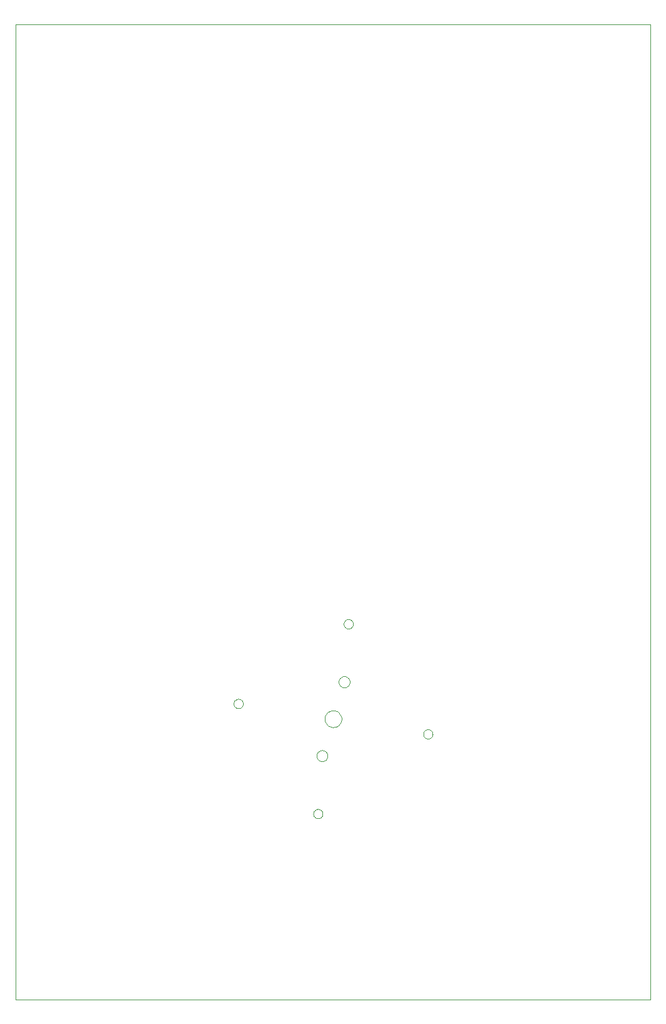
<source format=gko>
G75*
%MOIN*%
%OFA0B0*%
%FSLAX24Y24*%
%IPPOS*%
%LPD*%
%AMOC8*
5,1,8,0,0,1.08239X$1,22.5*
%
%ADD10C,0.0000*%
D10*
X001306Y001700D02*
X001306Y053668D01*
X035164Y053668D01*
X035164Y001700D01*
X001306Y001700D01*
X012927Y017471D02*
X012929Y017502D01*
X012935Y017533D01*
X012945Y017563D01*
X012958Y017591D01*
X012975Y017618D01*
X012995Y017642D01*
X013018Y017664D01*
X013043Y017682D01*
X013071Y017697D01*
X013100Y017709D01*
X013130Y017717D01*
X013161Y017721D01*
X013193Y017721D01*
X013224Y017717D01*
X013254Y017709D01*
X013283Y017697D01*
X013311Y017682D01*
X013336Y017664D01*
X013359Y017642D01*
X013379Y017618D01*
X013396Y017591D01*
X013409Y017563D01*
X013419Y017533D01*
X013425Y017502D01*
X013427Y017471D01*
X013425Y017440D01*
X013419Y017409D01*
X013409Y017379D01*
X013396Y017351D01*
X013379Y017324D01*
X013359Y017300D01*
X013336Y017278D01*
X013311Y017260D01*
X013283Y017245D01*
X013254Y017233D01*
X013224Y017225D01*
X013193Y017221D01*
X013161Y017221D01*
X013130Y017225D01*
X013100Y017233D01*
X013071Y017245D01*
X013043Y017260D01*
X013018Y017278D01*
X012995Y017300D01*
X012975Y017324D01*
X012958Y017351D01*
X012945Y017379D01*
X012935Y017409D01*
X012929Y017440D01*
X012927Y017471D01*
X017175Y011603D02*
X017177Y011634D01*
X017183Y011665D01*
X017193Y011695D01*
X017206Y011723D01*
X017223Y011750D01*
X017243Y011774D01*
X017266Y011796D01*
X017291Y011814D01*
X017319Y011829D01*
X017348Y011841D01*
X017378Y011849D01*
X017409Y011853D01*
X017441Y011853D01*
X017472Y011849D01*
X017502Y011841D01*
X017531Y011829D01*
X017559Y011814D01*
X017584Y011796D01*
X017607Y011774D01*
X017627Y011750D01*
X017644Y011723D01*
X017657Y011695D01*
X017667Y011665D01*
X017673Y011634D01*
X017675Y011603D01*
X017673Y011572D01*
X017667Y011541D01*
X017657Y011511D01*
X017644Y011483D01*
X017627Y011456D01*
X017607Y011432D01*
X017584Y011410D01*
X017559Y011392D01*
X017531Y011377D01*
X017502Y011365D01*
X017472Y011357D01*
X017441Y011353D01*
X017409Y011353D01*
X017378Y011357D01*
X017348Y011365D01*
X017319Y011377D01*
X017291Y011392D01*
X017266Y011410D01*
X017243Y011432D01*
X017223Y011456D01*
X017206Y011483D01*
X017193Y011511D01*
X017183Y011541D01*
X017177Y011572D01*
X017175Y011603D01*
X017350Y014692D02*
X017352Y014726D01*
X017358Y014760D01*
X017368Y014793D01*
X017381Y014824D01*
X017399Y014854D01*
X017419Y014882D01*
X017443Y014907D01*
X017469Y014929D01*
X017497Y014947D01*
X017528Y014963D01*
X017560Y014975D01*
X017594Y014983D01*
X017628Y014987D01*
X017662Y014987D01*
X017696Y014983D01*
X017730Y014975D01*
X017762Y014963D01*
X017792Y014947D01*
X017821Y014929D01*
X017847Y014907D01*
X017871Y014882D01*
X017891Y014854D01*
X017909Y014824D01*
X017922Y014793D01*
X017932Y014760D01*
X017938Y014726D01*
X017940Y014692D01*
X017938Y014658D01*
X017932Y014624D01*
X017922Y014591D01*
X017909Y014560D01*
X017891Y014530D01*
X017871Y014502D01*
X017847Y014477D01*
X017821Y014455D01*
X017793Y014437D01*
X017762Y014421D01*
X017730Y014409D01*
X017696Y014401D01*
X017662Y014397D01*
X017628Y014397D01*
X017594Y014401D01*
X017560Y014409D01*
X017528Y014421D01*
X017497Y014437D01*
X017469Y014455D01*
X017443Y014477D01*
X017419Y014502D01*
X017399Y014530D01*
X017381Y014560D01*
X017368Y014591D01*
X017358Y014624D01*
X017352Y014658D01*
X017350Y014692D01*
X017790Y016660D02*
X017792Y016702D01*
X017798Y016743D01*
X017807Y016784D01*
X017821Y016823D01*
X017838Y016861D01*
X017859Y016897D01*
X017882Y016932D01*
X017909Y016963D01*
X017939Y016993D01*
X017972Y017019D01*
X018007Y017042D01*
X018043Y017062D01*
X018082Y017078D01*
X018122Y017090D01*
X018162Y017099D01*
X018204Y017104D01*
X018245Y017105D01*
X018287Y017102D01*
X018328Y017095D01*
X018369Y017084D01*
X018408Y017070D01*
X018445Y017052D01*
X018481Y017031D01*
X018515Y017006D01*
X018546Y016978D01*
X018574Y016948D01*
X018600Y016915D01*
X018622Y016879D01*
X018641Y016842D01*
X018656Y016803D01*
X018668Y016763D01*
X018676Y016722D01*
X018680Y016681D01*
X018680Y016639D01*
X018676Y016598D01*
X018668Y016557D01*
X018656Y016517D01*
X018641Y016478D01*
X018622Y016441D01*
X018600Y016405D01*
X018574Y016372D01*
X018546Y016342D01*
X018515Y016314D01*
X018481Y016289D01*
X018445Y016268D01*
X018408Y016250D01*
X018369Y016236D01*
X018328Y016225D01*
X018287Y016218D01*
X018245Y016215D01*
X018204Y016216D01*
X018162Y016221D01*
X018122Y016230D01*
X018082Y016242D01*
X018043Y016258D01*
X018007Y016278D01*
X017972Y016301D01*
X017939Y016327D01*
X017909Y016357D01*
X017882Y016388D01*
X017859Y016423D01*
X017838Y016459D01*
X017821Y016497D01*
X017807Y016536D01*
X017798Y016577D01*
X017792Y016618D01*
X017790Y016660D01*
X018531Y018629D02*
X018533Y018663D01*
X018539Y018697D01*
X018549Y018730D01*
X018562Y018761D01*
X018580Y018791D01*
X018600Y018819D01*
X018624Y018844D01*
X018650Y018866D01*
X018678Y018884D01*
X018709Y018900D01*
X018741Y018912D01*
X018775Y018920D01*
X018809Y018924D01*
X018843Y018924D01*
X018877Y018920D01*
X018911Y018912D01*
X018943Y018900D01*
X018973Y018884D01*
X019002Y018866D01*
X019028Y018844D01*
X019052Y018819D01*
X019072Y018791D01*
X019090Y018761D01*
X019103Y018730D01*
X019113Y018697D01*
X019119Y018663D01*
X019121Y018629D01*
X019119Y018595D01*
X019113Y018561D01*
X019103Y018528D01*
X019090Y018497D01*
X019072Y018467D01*
X019052Y018439D01*
X019028Y018414D01*
X019002Y018392D01*
X018974Y018374D01*
X018943Y018358D01*
X018911Y018346D01*
X018877Y018338D01*
X018843Y018334D01*
X018809Y018334D01*
X018775Y018338D01*
X018741Y018346D01*
X018709Y018358D01*
X018678Y018374D01*
X018650Y018392D01*
X018624Y018414D01*
X018600Y018439D01*
X018580Y018467D01*
X018562Y018497D01*
X018549Y018528D01*
X018539Y018561D01*
X018533Y018595D01*
X018531Y018629D01*
X018795Y021718D02*
X018797Y021749D01*
X018803Y021780D01*
X018813Y021810D01*
X018826Y021838D01*
X018843Y021865D01*
X018863Y021889D01*
X018886Y021911D01*
X018911Y021929D01*
X018939Y021944D01*
X018968Y021956D01*
X018998Y021964D01*
X019029Y021968D01*
X019061Y021968D01*
X019092Y021964D01*
X019122Y021956D01*
X019151Y021944D01*
X019179Y021929D01*
X019204Y021911D01*
X019227Y021889D01*
X019247Y021865D01*
X019264Y021838D01*
X019277Y021810D01*
X019287Y021780D01*
X019293Y021749D01*
X019295Y021718D01*
X019293Y021687D01*
X019287Y021656D01*
X019277Y021626D01*
X019264Y021598D01*
X019247Y021571D01*
X019227Y021547D01*
X019204Y021525D01*
X019179Y021507D01*
X019151Y021492D01*
X019122Y021480D01*
X019092Y021472D01*
X019061Y021468D01*
X019029Y021468D01*
X018998Y021472D01*
X018968Y021480D01*
X018939Y021492D01*
X018911Y021507D01*
X018886Y021525D01*
X018863Y021547D01*
X018843Y021571D01*
X018826Y021598D01*
X018813Y021626D01*
X018803Y021656D01*
X018797Y021687D01*
X018795Y021718D01*
X023043Y015850D02*
X023045Y015881D01*
X023051Y015912D01*
X023061Y015942D01*
X023074Y015970D01*
X023091Y015997D01*
X023111Y016021D01*
X023134Y016043D01*
X023159Y016061D01*
X023187Y016076D01*
X023216Y016088D01*
X023246Y016096D01*
X023277Y016100D01*
X023309Y016100D01*
X023340Y016096D01*
X023370Y016088D01*
X023399Y016076D01*
X023427Y016061D01*
X023452Y016043D01*
X023475Y016021D01*
X023495Y015997D01*
X023512Y015970D01*
X023525Y015942D01*
X023535Y015912D01*
X023541Y015881D01*
X023543Y015850D01*
X023541Y015819D01*
X023535Y015788D01*
X023525Y015758D01*
X023512Y015730D01*
X023495Y015703D01*
X023475Y015679D01*
X023452Y015657D01*
X023427Y015639D01*
X023399Y015624D01*
X023370Y015612D01*
X023340Y015604D01*
X023309Y015600D01*
X023277Y015600D01*
X023246Y015604D01*
X023216Y015612D01*
X023187Y015624D01*
X023159Y015639D01*
X023134Y015657D01*
X023111Y015679D01*
X023091Y015703D01*
X023074Y015730D01*
X023061Y015758D01*
X023051Y015788D01*
X023045Y015819D01*
X023043Y015850D01*
M02*

</source>
